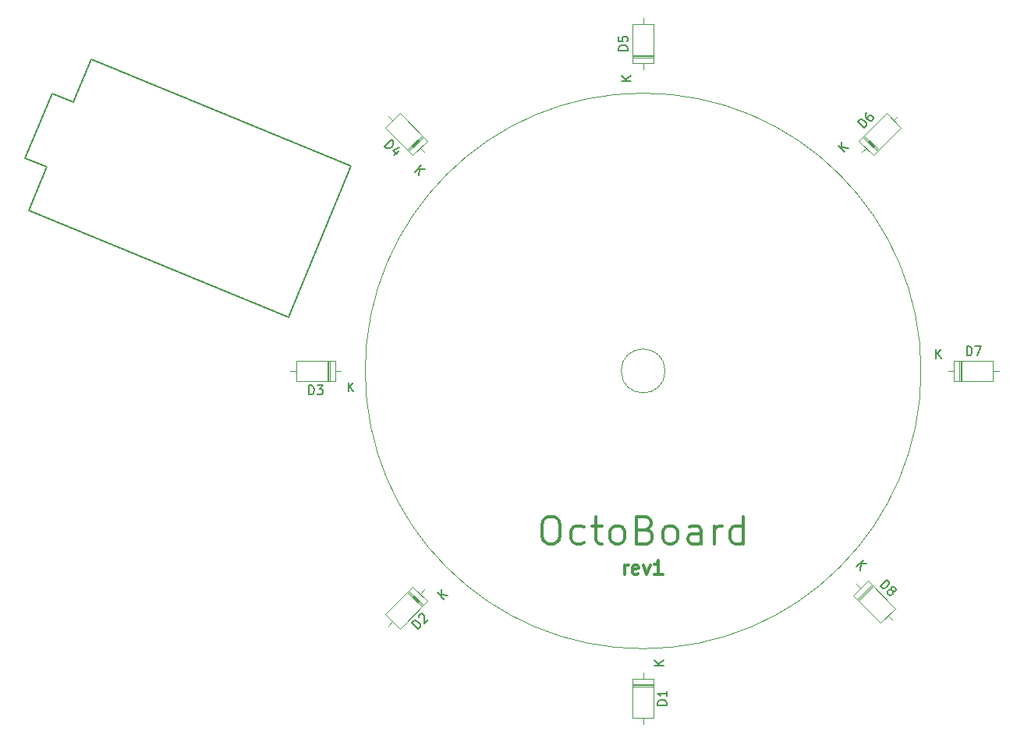
<source format=gbr>
G04 #@! TF.GenerationSoftware,KiCad,Pcbnew,(5.1.5)-3*
G04 #@! TF.CreationDate,2020-04-04T14:42:27-04:00*
G04 #@! TF.ProjectId,OctoPad,4f63746f-5061-4642-9e6b-696361645f70,rev?*
G04 #@! TF.SameCoordinates,Original*
G04 #@! TF.FileFunction,Legend,Top*
G04 #@! TF.FilePolarity,Positive*
%FSLAX46Y46*%
G04 Gerber Fmt 4.6, Leading zero omitted, Abs format (unit mm)*
G04 Created by KiCad (PCBNEW (5.1.5)-3) date 2020-04-04 14:42:27*
%MOMM*%
%LPD*%
G04 APERTURE LIST*
%ADD10C,0.300000*%
%ADD11C,0.120000*%
%ADD12C,0.150000*%
G04 APERTURE END LIST*
D10*
X157508035Y-136409821D02*
X157508035Y-135409821D01*
X157508035Y-135695535D02*
X157579464Y-135552678D01*
X157650892Y-135481250D01*
X157793750Y-135409821D01*
X157936607Y-135409821D01*
X159008035Y-136338392D02*
X158865178Y-136409821D01*
X158579464Y-136409821D01*
X158436607Y-136338392D01*
X158365178Y-136195535D01*
X158365178Y-135624107D01*
X158436607Y-135481250D01*
X158579464Y-135409821D01*
X158865178Y-135409821D01*
X159008035Y-135481250D01*
X159079464Y-135624107D01*
X159079464Y-135766964D01*
X158365178Y-135909821D01*
X159579464Y-135409821D02*
X159936607Y-136409821D01*
X160293750Y-135409821D01*
X161650892Y-136409821D02*
X160793750Y-136409821D01*
X161222321Y-136409821D02*
X161222321Y-134909821D01*
X161079464Y-135124107D01*
X160936607Y-135266964D01*
X160793750Y-135338392D01*
X149258035Y-130119642D02*
X149829464Y-130119642D01*
X150115178Y-130262500D01*
X150400892Y-130548214D01*
X150543750Y-131119642D01*
X150543750Y-132119642D01*
X150400892Y-132691071D01*
X150115178Y-132976785D01*
X149829464Y-133119642D01*
X149258035Y-133119642D01*
X148972321Y-132976785D01*
X148686607Y-132691071D01*
X148543750Y-132119642D01*
X148543750Y-131119642D01*
X148686607Y-130548214D01*
X148972321Y-130262500D01*
X149258035Y-130119642D01*
X153115178Y-132976785D02*
X152829464Y-133119642D01*
X152258035Y-133119642D01*
X151972321Y-132976785D01*
X151829464Y-132833928D01*
X151686607Y-132548214D01*
X151686607Y-131691071D01*
X151829464Y-131405357D01*
X151972321Y-131262500D01*
X152258035Y-131119642D01*
X152829464Y-131119642D01*
X153115178Y-131262500D01*
X153972321Y-131119642D02*
X155115178Y-131119642D01*
X154400892Y-130119642D02*
X154400892Y-132691071D01*
X154543750Y-132976785D01*
X154829464Y-133119642D01*
X155115178Y-133119642D01*
X156543750Y-133119642D02*
X156258035Y-132976785D01*
X156115178Y-132833928D01*
X155972321Y-132548214D01*
X155972321Y-131691071D01*
X156115178Y-131405357D01*
X156258035Y-131262500D01*
X156543750Y-131119642D01*
X156972321Y-131119642D01*
X157258035Y-131262500D01*
X157400892Y-131405357D01*
X157543750Y-131691071D01*
X157543750Y-132548214D01*
X157400892Y-132833928D01*
X157258035Y-132976785D01*
X156972321Y-133119642D01*
X156543750Y-133119642D01*
X159829464Y-131548214D02*
X160258035Y-131691071D01*
X160400892Y-131833928D01*
X160543750Y-132119642D01*
X160543750Y-132548214D01*
X160400892Y-132833928D01*
X160258035Y-132976785D01*
X159972321Y-133119642D01*
X158829464Y-133119642D01*
X158829464Y-130119642D01*
X159829464Y-130119642D01*
X160115178Y-130262500D01*
X160258035Y-130405357D01*
X160400892Y-130691071D01*
X160400892Y-130976785D01*
X160258035Y-131262500D01*
X160115178Y-131405357D01*
X159829464Y-131548214D01*
X158829464Y-131548214D01*
X162258035Y-133119642D02*
X161972321Y-132976785D01*
X161829464Y-132833928D01*
X161686607Y-132548214D01*
X161686607Y-131691071D01*
X161829464Y-131405357D01*
X161972321Y-131262500D01*
X162258035Y-131119642D01*
X162686607Y-131119642D01*
X162972321Y-131262500D01*
X163115178Y-131405357D01*
X163258035Y-131691071D01*
X163258035Y-132548214D01*
X163115178Y-132833928D01*
X162972321Y-132976785D01*
X162686607Y-133119642D01*
X162258035Y-133119642D01*
X165829464Y-133119642D02*
X165829464Y-131548214D01*
X165686607Y-131262500D01*
X165400892Y-131119642D01*
X164829464Y-131119642D01*
X164543750Y-131262500D01*
X165829464Y-132976785D02*
X165543750Y-133119642D01*
X164829464Y-133119642D01*
X164543750Y-132976785D01*
X164400892Y-132691071D01*
X164400892Y-132405357D01*
X164543750Y-132119642D01*
X164829464Y-131976785D01*
X165543750Y-131976785D01*
X165829464Y-131833928D01*
X167258035Y-133119642D02*
X167258035Y-131119642D01*
X167258035Y-131691071D02*
X167400892Y-131405357D01*
X167543750Y-131262500D01*
X167829464Y-131119642D01*
X168115178Y-131119642D01*
X170400892Y-133119642D02*
X170400892Y-130119642D01*
X170400892Y-132976785D02*
X170115178Y-133119642D01*
X169543750Y-133119642D01*
X169258035Y-132976785D01*
X169115178Y-132833928D01*
X168972321Y-132548214D01*
X168972321Y-131691071D01*
X169115178Y-131405357D01*
X169258035Y-131262500D01*
X169543750Y-131119642D01*
X170115178Y-131119642D01*
X170400892Y-131262500D01*
D11*
X161925000Y-114300000D02*
G75*
G03X161925000Y-114300000I-2381250J0D01*
G01*
X189716692Y-114300000D02*
G75*
G03X189716692Y-114300000I-30172942J0D01*
G01*
D12*
X92849270Y-96837444D02*
X121009118Y-108501635D01*
X94793302Y-92144136D02*
X92849270Y-96837444D01*
X92446648Y-91172120D02*
X94793302Y-92144136D01*
X95362696Y-84132158D02*
X92446648Y-91172120D01*
X97709350Y-85104173D02*
X95362696Y-84132158D01*
X99653382Y-80410865D02*
X97709350Y-85104173D01*
X127813230Y-92075056D02*
X99653382Y-80410865D01*
X121009118Y-108501635D02*
X127813230Y-92075056D01*
D11*
X184348080Y-137520411D02*
X182764161Y-139104330D01*
X184517786Y-137690117D02*
X182933867Y-139274036D01*
X184432933Y-137605264D02*
X182849014Y-139189183D01*
X186589609Y-141345859D02*
X186129989Y-140886239D01*
X182672237Y-137428487D02*
X183131856Y-137888106D01*
X186921949Y-140094280D02*
X183923816Y-137096147D01*
X185338030Y-141678199D02*
X186921949Y-140094280D01*
X182339897Y-138680066D02*
X185338030Y-141678199D01*
X183923816Y-137096147D02*
X182339897Y-138680066D01*
X193901250Y-113180000D02*
X193901250Y-115420000D01*
X194141250Y-113180000D02*
X194141250Y-115420000D01*
X194021250Y-113180000D02*
X194021250Y-115420000D01*
X198191250Y-114300000D02*
X197541250Y-114300000D01*
X192651250Y-114300000D02*
X193301250Y-114300000D01*
X197541250Y-113180000D02*
X193301250Y-113180000D01*
X197541250Y-115420000D02*
X197541250Y-113180000D01*
X193301250Y-115420000D02*
X197541250Y-115420000D01*
X193301250Y-113180000D02*
X193301250Y-115420000D01*
X183389815Y-88870016D02*
X184973734Y-90453935D01*
X183559521Y-88700310D02*
X185143440Y-90284229D01*
X183474668Y-88785163D02*
X185058587Y-90369082D01*
X187215263Y-86628487D02*
X186755643Y-87088107D01*
X183297891Y-90545859D02*
X183757510Y-90086240D01*
X185963684Y-86296147D02*
X182965551Y-89294280D01*
X187547603Y-87880066D02*
X185963684Y-86296147D01*
X184549470Y-90878199D02*
X187547603Y-87880066D01*
X182965551Y-89294280D02*
X184549470Y-90878199D01*
X158423750Y-80260000D02*
X160663750Y-80260000D01*
X158423750Y-80020000D02*
X160663750Y-80020000D01*
X158423750Y-80140000D02*
X160663750Y-80140000D01*
X159543750Y-75970000D02*
X159543750Y-76620000D01*
X159543750Y-81510000D02*
X159543750Y-80860000D01*
X158423750Y-76620000D02*
X158423750Y-80860000D01*
X160663750Y-76620000D02*
X158423750Y-76620000D01*
X160663750Y-80860000D02*
X160663750Y-76620000D01*
X158423750Y-80860000D02*
X160663750Y-80860000D01*
X134113766Y-90453935D02*
X135697685Y-88870016D01*
X133944060Y-90284229D02*
X135527979Y-88700310D01*
X134028913Y-90369082D02*
X135612832Y-88785163D01*
X131872237Y-86628487D02*
X132331857Y-87088107D01*
X135789609Y-90545859D02*
X135329990Y-90086240D01*
X131539897Y-87880066D02*
X134538030Y-90878199D01*
X133123816Y-86296147D02*
X131539897Y-87880066D01*
X136121949Y-89294280D02*
X133123816Y-86296147D01*
X134538030Y-90878199D02*
X136121949Y-89294280D01*
X125503750Y-115420000D02*
X125503750Y-113180000D01*
X125263750Y-115420000D02*
X125263750Y-113180000D01*
X125383750Y-115420000D02*
X125383750Y-113180000D01*
X121213750Y-114300000D02*
X121863750Y-114300000D01*
X126753750Y-114300000D02*
X126103750Y-114300000D01*
X121863750Y-115420000D02*
X126103750Y-115420000D01*
X121863750Y-113180000D02*
X121863750Y-115420000D01*
X126103750Y-113180000D02*
X121863750Y-113180000D01*
X126103750Y-115420000D02*
X126103750Y-113180000D01*
X135697685Y-139729984D02*
X134113766Y-138146065D01*
X135527979Y-139899690D02*
X133944060Y-138315771D01*
X135612832Y-139814837D02*
X134028913Y-138230918D01*
X131872237Y-141971513D02*
X132331857Y-141511893D01*
X135789609Y-138054141D02*
X135329990Y-138513760D01*
X133123816Y-142303853D02*
X136121949Y-139305720D01*
X131539897Y-140719934D02*
X133123816Y-142303853D01*
X134538030Y-137721801D02*
X131539897Y-140719934D01*
X136121949Y-139305720D02*
X134538030Y-137721801D01*
X160663750Y-148340000D02*
X158423750Y-148340000D01*
X160663750Y-148580000D02*
X158423750Y-148580000D01*
X160663750Y-148460000D02*
X158423750Y-148460000D01*
X159543750Y-152630000D02*
X159543750Y-151980000D01*
X159543750Y-147090000D02*
X159543750Y-147740000D01*
X160663750Y-151980000D02*
X160663750Y-147740000D01*
X158423750Y-151980000D02*
X160663750Y-151980000D01*
X158423750Y-147740000D02*
X158423750Y-151980000D01*
X160663750Y-147740000D02*
X158423750Y-147740000D01*
D12*
X185288195Y-137686075D02*
X185995301Y-136978968D01*
X186163660Y-137147327D01*
X186231004Y-137282014D01*
X186231004Y-137416701D01*
X186197332Y-137517716D01*
X186096317Y-137686075D01*
X185995301Y-137787090D01*
X185826943Y-137888106D01*
X185725927Y-137921777D01*
X185591240Y-137921777D01*
X185456553Y-137854434D01*
X185288195Y-137686075D01*
X186500378Y-138090136D02*
X186466706Y-137989121D01*
X186466706Y-137921777D01*
X186500378Y-137820762D01*
X186534050Y-137787090D01*
X186635065Y-137753418D01*
X186702408Y-137753418D01*
X186803424Y-137787090D01*
X186938111Y-137921777D01*
X186971782Y-138022793D01*
X186971782Y-138090136D01*
X186938111Y-138191151D01*
X186904439Y-138224823D01*
X186803424Y-138258495D01*
X186736080Y-138258495D01*
X186635065Y-138224823D01*
X186500378Y-138090136D01*
X186399363Y-138056464D01*
X186332019Y-138056464D01*
X186231004Y-138090136D01*
X186096317Y-138224823D01*
X186062645Y-138325838D01*
X186062645Y-138393182D01*
X186096317Y-138494197D01*
X186231004Y-138628884D01*
X186332019Y-138662556D01*
X186399363Y-138662556D01*
X186500378Y-138628884D01*
X186635065Y-138494197D01*
X186668737Y-138393182D01*
X186668737Y-138325838D01*
X186635065Y-138224823D01*
X182704561Y-135554991D02*
X183411668Y-134847884D01*
X183108622Y-135959052D02*
X183209638Y-135251945D01*
X183815729Y-135251945D02*
X183007607Y-135251945D01*
X194683154Y-112632380D02*
X194683154Y-111632380D01*
X194921250Y-111632380D01*
X195064107Y-111680000D01*
X195159345Y-111775238D01*
X195206964Y-111870476D01*
X195254583Y-112060952D01*
X195254583Y-112203809D01*
X195206964Y-112394285D01*
X195159345Y-112489523D01*
X195064107Y-112584761D01*
X194921250Y-112632380D01*
X194683154Y-112632380D01*
X195587916Y-111632380D02*
X196254583Y-111632380D01*
X195826011Y-112632380D01*
X191349345Y-112952380D02*
X191349345Y-111952380D01*
X191920773Y-112952380D02*
X191492202Y-112380952D01*
X191920773Y-111952380D02*
X191349345Y-112523809D01*
X183555479Y-87929900D02*
X182848372Y-87222794D01*
X183016731Y-87054435D01*
X183151418Y-86987091D01*
X183286105Y-86987091D01*
X183387120Y-87020763D01*
X183555479Y-87121778D01*
X183656494Y-87222794D01*
X183757510Y-87391152D01*
X183791181Y-87492168D01*
X183791181Y-87626855D01*
X183723838Y-87761542D01*
X183555479Y-87929900D01*
X183858525Y-86212641D02*
X183723838Y-86347328D01*
X183690166Y-86448343D01*
X183690166Y-86515687D01*
X183723838Y-86684045D01*
X183824853Y-86852404D01*
X184094227Y-87121778D01*
X184195242Y-87155450D01*
X184262586Y-87155450D01*
X184363601Y-87121778D01*
X184498288Y-86987091D01*
X184531960Y-86886076D01*
X184531960Y-86818732D01*
X184498288Y-86717717D01*
X184329929Y-86549358D01*
X184228914Y-86515687D01*
X184161571Y-86515687D01*
X184060555Y-86549358D01*
X183925868Y-86684045D01*
X183892197Y-86785061D01*
X183892197Y-86852404D01*
X183925868Y-86953419D01*
X181424395Y-90513534D02*
X180717288Y-89806427D01*
X181828456Y-90109473D02*
X181121349Y-90008458D01*
X181121349Y-89402366D02*
X181121349Y-90210488D01*
X157876130Y-79478095D02*
X156876130Y-79478095D01*
X156876130Y-79240000D01*
X156923750Y-79097142D01*
X157018988Y-79001904D01*
X157114226Y-78954285D01*
X157304702Y-78906666D01*
X157447559Y-78906666D01*
X157638035Y-78954285D01*
X157733273Y-79001904D01*
X157828511Y-79097142D01*
X157876130Y-79240000D01*
X157876130Y-79478095D01*
X156876130Y-78001904D02*
X156876130Y-78478095D01*
X157352321Y-78525714D01*
X157304702Y-78478095D01*
X157257083Y-78382857D01*
X157257083Y-78144761D01*
X157304702Y-78049523D01*
X157352321Y-78001904D01*
X157447559Y-77954285D01*
X157685654Y-77954285D01*
X157780892Y-78001904D01*
X157828511Y-78049523D01*
X157876130Y-78144761D01*
X157876130Y-78382857D01*
X157828511Y-78478095D01*
X157780892Y-78525714D01*
X158196130Y-82811904D02*
X157196130Y-82811904D01*
X158196130Y-82240476D02*
X157624702Y-82669047D01*
X157196130Y-82240476D02*
X157767559Y-82811904D01*
X131490063Y-89884209D02*
X132197169Y-89177102D01*
X132365528Y-89345461D01*
X132432872Y-89480148D01*
X132432872Y-89614835D01*
X132399200Y-89715850D01*
X132298185Y-89884209D01*
X132197169Y-89985224D01*
X132028811Y-90086240D01*
X131927795Y-90119911D01*
X131793108Y-90119911D01*
X131658421Y-90052568D01*
X131490063Y-89884209D01*
X132971620Y-90422957D02*
X132500215Y-90894362D01*
X133072635Y-89985224D02*
X132399200Y-90321942D01*
X132836933Y-90759675D01*
X134747131Y-92688729D02*
X135454238Y-91981622D01*
X135151192Y-93092790D02*
X135252208Y-92385683D01*
X135858299Y-92385683D02*
X135050177Y-92385683D01*
X123245654Y-116872380D02*
X123245654Y-115872380D01*
X123483750Y-115872380D01*
X123626607Y-115920000D01*
X123721845Y-116015238D01*
X123769464Y-116110476D01*
X123817083Y-116300952D01*
X123817083Y-116443809D01*
X123769464Y-116634285D01*
X123721845Y-116729523D01*
X123626607Y-116824761D01*
X123483750Y-116872380D01*
X123245654Y-116872380D01*
X124150416Y-115872380D02*
X124769464Y-115872380D01*
X124436130Y-116253333D01*
X124578988Y-116253333D01*
X124674226Y-116300952D01*
X124721845Y-116348571D01*
X124769464Y-116443809D01*
X124769464Y-116681904D01*
X124721845Y-116777142D01*
X124674226Y-116824761D01*
X124578988Y-116872380D01*
X124293273Y-116872380D01*
X124198035Y-116824761D01*
X124150416Y-116777142D01*
X127531845Y-116552380D02*
X127531845Y-115552380D01*
X128103273Y-116552380D02*
X127674702Y-115980952D01*
X128103273Y-115552380D02*
X127531845Y-116123809D01*
X135127959Y-142353686D02*
X134420852Y-141646580D01*
X134589211Y-141478221D01*
X134723898Y-141410877D01*
X134858585Y-141410877D01*
X134959600Y-141444549D01*
X135127959Y-141545564D01*
X135228974Y-141646580D01*
X135329990Y-141814938D01*
X135363661Y-141915954D01*
X135363661Y-142050641D01*
X135296318Y-142185328D01*
X135127959Y-142353686D01*
X135161631Y-141040488D02*
X135161631Y-140973144D01*
X135195302Y-140872129D01*
X135363661Y-140703770D01*
X135464677Y-140670099D01*
X135532020Y-140670099D01*
X135633035Y-140703770D01*
X135700379Y-140771114D01*
X135767722Y-140905801D01*
X135767722Y-141713923D01*
X136205455Y-141276190D01*
X137932479Y-139096618D02*
X137225372Y-138389511D01*
X138336540Y-138692557D02*
X137629433Y-138591542D01*
X137629433Y-137985450D02*
X137629433Y-138793572D01*
X162116130Y-150598095D02*
X161116130Y-150598095D01*
X161116130Y-150360000D01*
X161163750Y-150217142D01*
X161258988Y-150121904D01*
X161354226Y-150074285D01*
X161544702Y-150026666D01*
X161687559Y-150026666D01*
X161878035Y-150074285D01*
X161973273Y-150121904D01*
X162068511Y-150217142D01*
X162116130Y-150360000D01*
X162116130Y-150598095D01*
X162116130Y-149074285D02*
X162116130Y-149645714D01*
X162116130Y-149360000D02*
X161116130Y-149360000D01*
X161258988Y-149455238D01*
X161354226Y-149550476D01*
X161401845Y-149645714D01*
X161796130Y-146311904D02*
X160796130Y-146311904D01*
X161796130Y-145740476D02*
X161224702Y-146169047D01*
X160796130Y-145740476D02*
X161367559Y-146311904D01*
M02*

</source>
